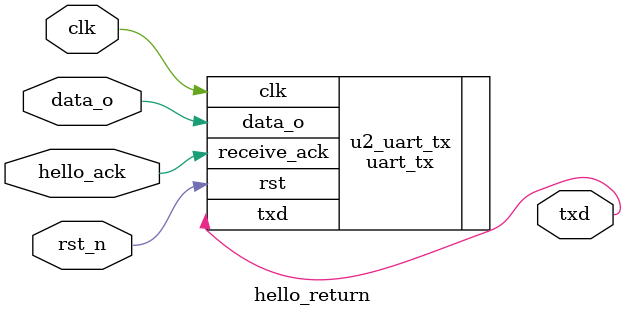
<source format=v>
`timescale 1ns / 1ps


module hello_return(
        input clk,
        input data_o,
        input hello_ack,
        input rst_n,
        output wire txd
    );

    uart_tx u2_uart_tx(
        .clk(clk),
        .data_o(data_o),
        .txd(txd),
        .rst(rst_n),
        .receive_ack(hello_ack)
    );

    reg current_state,next_state;

    always @(posedge clk or negedge rst_n) begin
        if(! rst_n) begin
        end
        else begin
            current_state <= next_state;
        end
    end



endmodule

</source>
